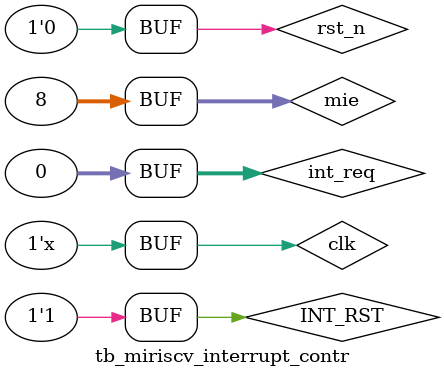
<source format=v>
`timescale 1ns / 1ps

module tb_miriscv_interrupt_contr();
  parameter     HF_CYCLE = 2.5;       // 200 MHz clock
  parameter     RST_WAIT = 6;         // 10 ns reset
  parameter     RAM_SIZE = 512;       // in 32-bit words
  parameter     CYCLE = 5;

  // clock, reset
  reg           clk;
  reg           rst_n;
  reg [31:0]    mie;
  reg [31:0]    int_req;
  reg           INT_RST;
  
  wire [31:0] mcause;
  wire [31:0] int_fin;
  wire        INT;
  
  miriscv_interrupt_contr contrl_inst(
                                .clk_i(clk),
                                .rst_i(rst_n),
                                .mie_i(mie),
                                .int_req_i(int_req),
                                .INT_RST_i(INT_RST), //Ïðåðûâàíèå îáðàáîòàíî
                                .mcause_o(mcause),
                                .int_fin_o(int_fin),
                                .INT_o(INT)
  );
  
  initial begin
    clk   = 1'b0;
    rst_n = 1'b1;
    #RST_WAIT;
    rst_n = 1'b0;
    mie = 4'b1000;
    int_req = 4'b0100;
    #CYCLE;
    int_req = 4'b1000;
    #CYCLE
    #CYCLE
       #CYCLE
       
          #CYCLE
             #CYCLE
    INT_RST = 1;
    #CYCLE;
    #CYCLE;
    int_req = 4'b000;
  end
  
  always begin
    #HF_CYCLE;
    clk = ~clk;
  end
endmodule

</source>
